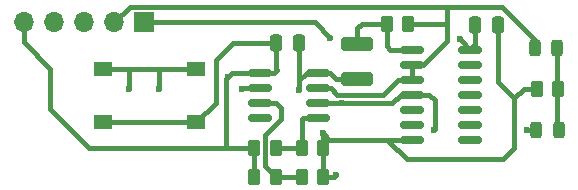
<source format=gbr>
%TF.GenerationSoftware,KiCad,Pcbnew,8.0.6*%
%TF.CreationDate,2024-11-04T13:00:15-03:00*%
%TF.ProjectId,chaveiro-fritzenlab,63686176-6569-4726-9f2d-667269747a65,rev?*%
%TF.SameCoordinates,Original*%
%TF.FileFunction,Copper,L1,Top*%
%TF.FilePolarity,Positive*%
%FSLAX46Y46*%
G04 Gerber Fmt 4.6, Leading zero omitted, Abs format (unit mm)*
G04 Created by KiCad (PCBNEW 8.0.6) date 2024-11-04 13:00:15*
%MOMM*%
%LPD*%
G01*
G04 APERTURE LIST*
G04 Aperture macros list*
%AMRoundRect*
0 Rectangle with rounded corners*
0 $1 Rounding radius*
0 $2 $3 $4 $5 $6 $7 $8 $9 X,Y pos of 4 corners*
0 Add a 4 corners polygon primitive as box body*
4,1,4,$2,$3,$4,$5,$6,$7,$8,$9,$2,$3,0*
0 Add four circle primitives for the rounded corners*
1,1,$1+$1,$2,$3*
1,1,$1+$1,$4,$5*
1,1,$1+$1,$6,$7*
1,1,$1+$1,$8,$9*
0 Add four rect primitives between the rounded corners*
20,1,$1+$1,$2,$3,$4,$5,0*
20,1,$1+$1,$4,$5,$6,$7,0*
20,1,$1+$1,$6,$7,$8,$9,0*
20,1,$1+$1,$8,$9,$2,$3,0*%
G04 Aperture macros list end*
%TA.AperFunction,SMDPad,CuDef*%
%ADD10RoundRect,0.250000X-0.250000X-0.475000X0.250000X-0.475000X0.250000X0.475000X-0.250000X0.475000X0*%
%TD*%
%TA.AperFunction,SMDPad,CuDef*%
%ADD11RoundRect,0.150000X-0.825000X-0.150000X0.825000X-0.150000X0.825000X0.150000X-0.825000X0.150000X0*%
%TD*%
%TA.AperFunction,ComponentPad*%
%ADD12R,1.700000X1.700000*%
%TD*%
%TA.AperFunction,ComponentPad*%
%ADD13O,1.700000X1.700000*%
%TD*%
%TA.AperFunction,SMDPad,CuDef*%
%ADD14RoundRect,0.250000X-1.100000X0.325000X-1.100000X-0.325000X1.100000X-0.325000X1.100000X0.325000X0*%
%TD*%
%TA.AperFunction,SMDPad,CuDef*%
%ADD15RoundRect,0.250000X0.262500X0.450000X-0.262500X0.450000X-0.262500X-0.450000X0.262500X-0.450000X0*%
%TD*%
%TA.AperFunction,SMDPad,CuDef*%
%ADD16RoundRect,0.250000X-0.262500X-0.450000X0.262500X-0.450000X0.262500X0.450000X-0.262500X0.450000X0*%
%TD*%
%TA.AperFunction,SMDPad,CuDef*%
%ADD17R,1.550000X1.300000*%
%TD*%
%TA.AperFunction,SMDPad,CuDef*%
%ADD18RoundRect,0.243750X0.243750X0.456250X-0.243750X0.456250X-0.243750X-0.456250X0.243750X-0.456250X0*%
%TD*%
%TA.AperFunction,ViaPad*%
%ADD19C,0.600000*%
%TD*%
%TA.AperFunction,Conductor*%
%ADD20C,0.400000*%
%TD*%
G04 APERTURE END LIST*
D10*
%TO.P,C3,1*%
%TO.N,VCC*%
X140300000Y-73500000D03*
%TO.P,C3,2*%
%TO.N,GND*%
X142200000Y-73500000D03*
%TD*%
D11*
%TO.P,U2,1*%
%TO.N,Net-(C2-Pad1)*%
X134925000Y-75590000D03*
%TO.P,U2,2*%
%TO.N,LED1*%
X134925000Y-76860000D03*
%TO.P,U2,3*%
X134925000Y-78130000D03*
%TO.P,U2,4*%
%TO.N,LED2*%
X134925000Y-79400000D03*
%TO.P,U2,5*%
%TO.N,N/C*%
X134925000Y-80670000D03*
%TO.P,U2,6*%
X134925000Y-81940000D03*
%TO.P,U2,7,GND*%
%TO.N,GND*%
X134925000Y-83210000D03*
%TO.P,U2,8*%
%TO.N,N/C*%
X139875000Y-83210000D03*
%TO.P,U2,9*%
X139875000Y-81940000D03*
%TO.P,U2,10*%
X139875000Y-80670000D03*
%TO.P,U2,11*%
X139875000Y-79400000D03*
%TO.P,U2,12*%
X139875000Y-78130000D03*
%TO.P,U2,13*%
X139875000Y-76860000D03*
%TO.P,U2,14,VCC*%
%TO.N,VCC*%
X139875000Y-75590000D03*
%TD*%
D12*
%TO.P,J1,1,Pin_1*%
%TO.N,LED2*%
X112220000Y-73300000D03*
D13*
%TO.P,J1,2,Pin_2*%
%TO.N,LED1*%
X109680000Y-73300000D03*
%TO.P,J1,3,Pin_3*%
%TO.N,MCLR*%
X107140000Y-73300000D03*
%TO.P,J1,4,Pin_4*%
%TO.N,GND*%
X104600000Y-73300000D03*
%TO.P,J1,5,Pin_5*%
%TO.N,VCC*%
X102060000Y-73300000D03*
%TD*%
D14*
%TO.P,C2,1*%
%TO.N,Net-(C2-Pad1)*%
X130300000Y-75125000D03*
%TO.P,C2,2*%
%TO.N,GND*%
X130300000Y-78075000D03*
%TD*%
D15*
%TO.P,R5,1*%
%TO.N,LED1*%
X134612500Y-73400000D03*
%TO.P,R5,2*%
%TO.N,Net-(C2-Pad1)*%
X132787500Y-73400000D03*
%TD*%
D11*
%TO.P,U1,1,VDD*%
%TO.N,VCC*%
X122025000Y-77595000D03*
%TO.P,U1,2,GP5*%
%TO.N,MCLR*%
X122025000Y-78865000D03*
%TO.P,U1,3,GP4*%
%TO.N,REF*%
X122025000Y-80135000D03*
%TO.P,U1,4,GP3*%
%TO.N,unconnected-(U1-GP3-Pad4)*%
X122025000Y-81405000D03*
%TO.P,U1,5,GP2*%
%TO.N,A0*%
X126975000Y-81405000D03*
%TO.P,U1,6,GP1*%
%TO.N,LED2*%
X126975000Y-80135000D03*
%TO.P,U1,7,GP0*%
%TO.N,LED1*%
X126975000Y-78865000D03*
%TO.P,U1,8,VSS*%
%TO.N,GND*%
X126975000Y-77595000D03*
%TD*%
D16*
%TO.P,TH1,1*%
%TO.N,VCC*%
X121587500Y-83900000D03*
%TO.P,TH1,2*%
%TO.N,A0*%
X123412500Y-83900000D03*
%TD*%
D17*
%TO.P,SW1,1,1*%
%TO.N,Net-(BT1-+)*%
X108725000Y-77250000D03*
X116675000Y-77250000D03*
%TO.P,SW1,2,2*%
%TO.N,VCC*%
X108725000Y-81750000D03*
X116675000Y-81750000D03*
%TD*%
D16*
%TO.P,R4,1*%
%TO.N,GND*%
X145487500Y-78900000D03*
%TO.P,R4,2*%
%TO.N,Net-(D1-K)*%
X147312500Y-78900000D03*
%TD*%
%TO.P,R3,2*%
%TO.N,GND*%
X127412500Y-86400000D03*
%TO.P,R3,1*%
%TO.N,REF*%
X125587500Y-86400000D03*
%TD*%
%TO.P,R2,1*%
%TO.N,VCC*%
X121587500Y-86400000D03*
%TO.P,R2,2*%
%TO.N,REF*%
X123412500Y-86400000D03*
%TD*%
%TO.P,R1,1*%
%TO.N,A0*%
X125587500Y-83900000D03*
%TO.P,R1,2*%
%TO.N,GND*%
X127412500Y-83900000D03*
%TD*%
D18*
%TO.P,D2,1,K*%
%TO.N,Net-(D1-K)*%
X147337500Y-82400000D03*
%TO.P,D2,2,A*%
%TO.N,LED2*%
X145462500Y-82400000D03*
%TD*%
%TO.P,D1,1,K*%
%TO.N,Net-(D1-K)*%
X147237500Y-75500000D03*
%TO.P,D1,2,A*%
%TO.N,LED1*%
X145362500Y-75500000D03*
%TD*%
D10*
%TO.P,C1,1*%
%TO.N,VCC*%
X123450000Y-75000000D03*
%TO.P,C1,2*%
%TO.N,GND*%
X125350000Y-75000000D03*
%TD*%
D19*
%TO.N,LED2*%
X129000000Y-80135000D03*
X128000000Y-74600000D03*
%TO.N,MCLR*%
X120500000Y-78900000D03*
%TO.N,GND*%
X128500000Y-86200000D03*
%TO.N,VCC*%
X119350000Y-77950000D03*
X139000000Y-74700000D03*
%TO.N,LED2*%
X136800000Y-82400000D03*
X144700000Y-82400000D03*
%TO.N,GND*%
X127400000Y-82700000D03*
X125400000Y-79000000D03*
%TO.N,Net-(BT1-+)*%
X111000000Y-78900000D03*
X113500000Y-78900000D03*
%TD*%
D20*
%TO.N,LED1*%
X137900000Y-71954445D02*
X137900000Y-73400000D01*
X142516944Y-71954445D02*
X137900000Y-71954445D01*
%TO.N,VCC*%
X119200000Y-78100000D02*
X119200000Y-83900000D01*
X119705000Y-77595000D02*
X119200000Y-78100000D01*
X122025000Y-77595000D02*
X119705000Y-77595000D01*
X119200000Y-83900000D02*
X121587500Y-83900000D01*
%TO.N,Net-(C2-Pad1)*%
X133090000Y-75590000D02*
X132787500Y-75287500D01*
X132787500Y-75287500D02*
X132787500Y-73400000D01*
X134925000Y-75590000D02*
X133090000Y-75590000D01*
X130700000Y-73400000D02*
X132787500Y-73400000D01*
X130300000Y-73800000D02*
X130700000Y-73400000D01*
X130300000Y-75125000D02*
X130300000Y-73800000D01*
%TO.N,LED2*%
X129000000Y-80135000D02*
X133265000Y-80135000D01*
X126700000Y-73300000D02*
X128000000Y-74600000D01*
X112220000Y-73300000D02*
X126700000Y-73300000D01*
%TO.N,LED1*%
X142516944Y-71954445D02*
X142662499Y-72100000D01*
X111025555Y-71954445D02*
X142516944Y-71954445D01*
X109680000Y-73300000D02*
X111025555Y-71954445D01*
%TO.N,MCLR*%
X120535000Y-78865000D02*
X120500000Y-78900000D01*
X122025000Y-78865000D02*
X120535000Y-78865000D01*
%TO.N,VCC*%
X118300000Y-76500000D02*
X119800000Y-75000000D01*
X118300000Y-80125000D02*
X118300000Y-76500000D01*
X116675000Y-81750000D02*
X118300000Y-80125000D01*
X119800000Y-75000000D02*
X123450000Y-75000000D01*
%TO.N,GND*%
X127412500Y-86400000D02*
X128300000Y-86400000D01*
X128300000Y-86400000D02*
X128500000Y-86200000D01*
%TO.N,VCC*%
X139000000Y-74715000D02*
X139000000Y-74700000D01*
X139875000Y-75590000D02*
X139000000Y-74715000D01*
%TO.N,GND*%
X142200000Y-78300000D02*
X143600000Y-79700000D01*
X142200000Y-73500000D02*
X142200000Y-78300000D01*
%TO.N,LED2*%
X136900000Y-82300000D02*
X136800000Y-82400000D01*
X136900000Y-79900000D02*
X136900000Y-82300000D01*
X136400000Y-79400000D02*
X136900000Y-79900000D01*
X134925000Y-79400000D02*
X136400000Y-79400000D01*
%TO.N,GND*%
X142600000Y-84900000D02*
X134490000Y-84900000D01*
X143600000Y-79700000D02*
X143600000Y-83900000D01*
X144400000Y-78900000D02*
X143600000Y-79700000D01*
X134490000Y-84900000D02*
X132800000Y-83210000D01*
X145487500Y-78900000D02*
X144400000Y-78900000D01*
X143600000Y-83900000D02*
X142600000Y-84900000D01*
%TO.N,LED2*%
X145462500Y-82400000D02*
X144700000Y-82400000D01*
%TO.N,LED1*%
X135899999Y-76860000D02*
X134925000Y-76860000D01*
X137900000Y-74859999D02*
X135899999Y-76860000D01*
X137900000Y-73400000D02*
X137900000Y-74859999D01*
X134925000Y-78130000D02*
X134925000Y-76860000D01*
X137900000Y-73400000D02*
X134612500Y-73400000D01*
X145362500Y-74800001D02*
X142662499Y-72100000D01*
X145362500Y-75500000D02*
X145362500Y-74800001D01*
%TO.N,GND*%
X132800000Y-83210000D02*
X127910000Y-83210000D01*
X134925000Y-83210000D02*
X132800000Y-83210000D01*
X127910000Y-83210000D02*
X127400000Y-82700000D01*
X127412500Y-82712500D02*
X127400000Y-82700000D01*
X127412500Y-83900000D02*
X127412500Y-82712500D01*
X127412500Y-86400000D02*
X127412500Y-83900000D01*
X125350000Y-78950000D02*
X125400000Y-79000000D01*
X125350000Y-75000000D02*
X125350000Y-78950000D01*
X128475000Y-78075000D02*
X130300000Y-78075000D01*
X127995000Y-77595000D02*
X128475000Y-78075000D01*
X126975000Y-77595000D02*
X127995000Y-77595000D01*
X125400000Y-78195001D02*
X125400000Y-79000000D01*
X126000001Y-77595000D02*
X125400000Y-78195001D01*
X126975000Y-77595000D02*
X126000001Y-77595000D01*
%TO.N,Net-(BT1-+)*%
X113500000Y-77250000D02*
X113500000Y-78900000D01*
X113500000Y-77250000D02*
X111000000Y-77250000D01*
X116675000Y-77250000D02*
X113500000Y-77250000D01*
X111000000Y-77250000D02*
X111000000Y-78900000D01*
X108725000Y-77250000D02*
X111000000Y-77250000D01*
%TO.N,VCC*%
X113000000Y-81750000D02*
X116675000Y-81750000D01*
X111700000Y-81750000D02*
X113000000Y-81750000D01*
X108725000Y-81750000D02*
X111700000Y-81750000D01*
%TO.N,Net-(D1-K)*%
X147237500Y-82300000D02*
X147337500Y-82400000D01*
X147237500Y-75500000D02*
X147237500Y-82300000D01*
%TO.N,VCC*%
X140300000Y-75165000D02*
X139875000Y-75590000D01*
X140300000Y-73500000D02*
X140300000Y-75165000D01*
X104300000Y-77200000D02*
X102060000Y-74960000D01*
X107600000Y-83900000D02*
X104300000Y-80600000D01*
X104300000Y-80600000D02*
X104300000Y-77200000D01*
X121587500Y-83900000D02*
X107600000Y-83900000D01*
X102060000Y-74960000D02*
X102060000Y-73300000D01*
X123500000Y-77300000D02*
X123205000Y-77595000D01*
X123205000Y-77595000D02*
X122025000Y-77595000D01*
X123450000Y-77250000D02*
X123500000Y-77300000D01*
X123450000Y-75000000D02*
X123450000Y-77250000D01*
X121587500Y-86400000D02*
X121587500Y-83900000D01*
%TO.N,REF*%
X123800000Y-80500000D02*
X123435000Y-80135000D01*
X123800000Y-81500000D02*
X123800000Y-80500000D01*
X122500000Y-82800000D02*
X123800000Y-81500000D01*
X122500000Y-85487500D02*
X122500000Y-82800000D01*
X123412500Y-86400000D02*
X122500000Y-85487500D01*
X123435000Y-80135000D02*
X122025000Y-80135000D01*
X125587500Y-86400000D02*
X123412500Y-86400000D01*
%TO.N,A0*%
X123412500Y-83900000D02*
X125587500Y-83900000D01*
X125600000Y-81800000D02*
X125587500Y-81812500D01*
X125587500Y-81812500D02*
X125587500Y-83900000D01*
X125600000Y-81500000D02*
X125600000Y-81800000D01*
X125695000Y-81405000D02*
X125600000Y-81500000D01*
X126975000Y-81405000D02*
X125695000Y-81405000D01*
%TO.N,LED2*%
X134000000Y-79400000D02*
X134925000Y-79400000D01*
X126975000Y-80135000D02*
X129000000Y-80135000D01*
X133265000Y-80135000D02*
X134000000Y-79400000D01*
%TO.N,LED1*%
X133770000Y-78130000D02*
X134925000Y-78130000D01*
X132500000Y-79400000D02*
X133770000Y-78130000D01*
X128600000Y-79400000D02*
X132500000Y-79400000D01*
X128065000Y-78865000D02*
X128600000Y-79400000D01*
X126975000Y-78865000D02*
X128065000Y-78865000D01*
%TD*%
M02*

</source>
